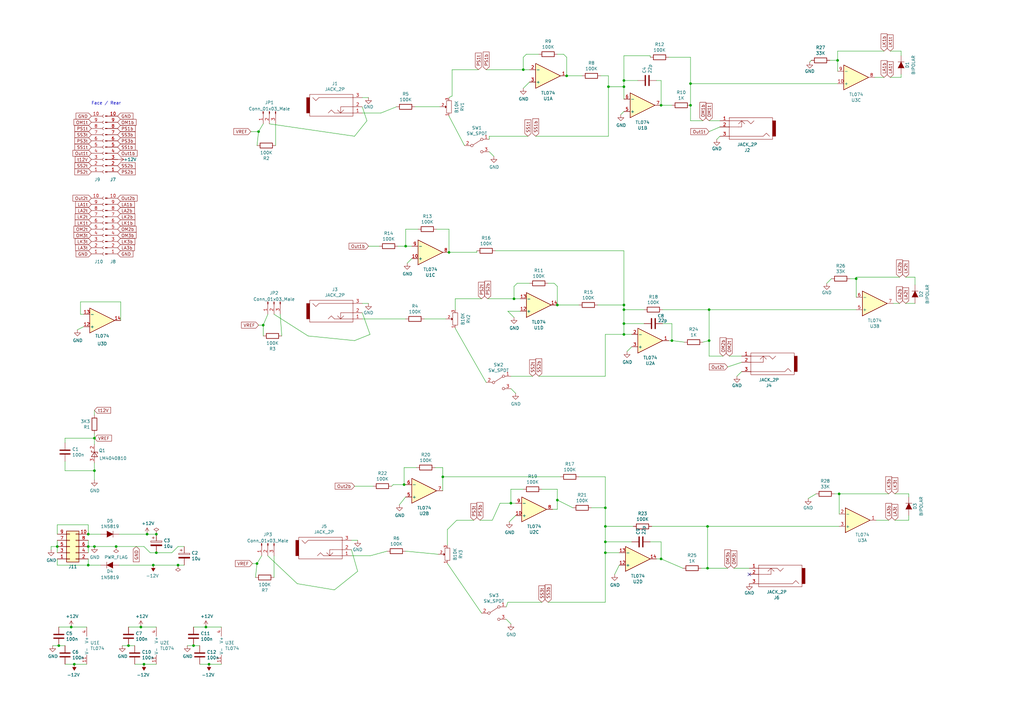
<source format=kicad_sch>
(kicad_sch (version 20211123) (generator eeschema)
  (paper "A3")
  (title_block (title "Shady") (date "2022-04-04") (rev "100") (company "Karl Stamm") (comment 1 "Mutable Shades") (comment 2 "THT") (comment 3 "based on Shades v4"))
  (junction (at 166.37 100.965))
  (junction (at 351.155 114.3))
  (junction (at 248.285 215.9))
  (junction (at 181.61 195.58))
  (junction (at 36.195 224.155))
  (junction (at 283.21 43.18))
  (junction (at 38.735 179.705))
  (junction (at 214.63 28.575))
  (junction (at 255.905 35.56))
  (junction (at 36.195 219.075))
  (junction (at 60.325 219.075))
  (junction (at 248.285 226.695))
  (junction (at 52.705 264.795))
  (junction (at 255.905 137.16))
  (junction (at 283.21 34.29))
  (junction (at 248.285 208.28))
  (junction (at 30.48 272.415))
  (junction (at 107.95 133.35))
  (junction (at 105.41 231.14))
  (junction (at 228.6 125.095))
  (junction (at 275.59 139.7))
  (junction (at 290.195 215.9))
  (junction (at 228.6 205.105))
  (junction (at 165.735 198.755))
  (junction (at 23.495 224.155))
  (junction (at 255.905 127))
  (junction (at 255.905 132.715))
  (junction (at 255.905 33.02))
  (junction (at 64.135 219.075))
  (junction (at 24.13 264.795))
  (junction (at 210.82 122.555))
  (junction (at 255.905 125.095))
  (junction (at 249.555 35.56))
  (junction (at 73.025 231.775))
  (junction (at 64.135 226.695))
  (junction (at 344.17 202.565))
  (junction (at 38.735 193.04))
  (junction (at 290.83 139.7))
  (junction (at 29.21 257.175))
  (junction (at 343.535 24.765))
  (junction (at 290.195 233.045))
  (junction (at 271.145 43.18))
  (junction (at 106.045 53.975))
  (junction (at 59.055 272.415))
  (junction (at 290.83 127))
  (junction (at 248.285 222.25))
  (junction (at 84.455 257.175))
  (junction (at 85.725 272.415))
  (junction (at 209.55 206.375))
  (junction (at 57.785 257.175))
  (junction (at 232.41 31.115))
  (junction (at 38.735 224.155))
  (junction (at 47.625 224.155))
  (junction (at 79.375 264.795))
  (junction (at 36.195 231.775))
  (junction (at 271.145 229.235))
  (junction (at 62.865 231.775))
  (junction (at 184.15 103.505))
  (no_connect (at 307.34 235.585))
  (wire (pts (xy 184.15 47.625) (xy 190.5 59.69)))
  (wire (pts (xy 224.79 116.205) (xy 227.33 116.205)))
  (wire (pts (xy 290.83 127) (xy 271.78 127)))
  (wire (pts (xy 199.39 156.845) (xy 186.69 134.62)))
  (wire (pts (xy 211.455 161.29) (xy 209.55 159.385)))
  (wire (pts (xy 332.105 25.4) (xy 332.74 24.765)))
  (wire (pts (xy 275.59 139.7) (xy 274.32 139.7)))
  (wire (pts (xy 228.6 117.475) (xy 228.6 125.095)))
  (wire (pts (xy 249.555 31.115) (xy 249.555 35.56)))
  (wire (pts (xy 271.78 132.715) (xy 275.59 132.715)))
  (wire (pts (xy 372.745 202.565) (xy 367.03 202.565)))
  (wire (pts (xy 367.03 213.36) (xy 372.745 213.36)))
  (wire (pts (xy 112.395 227.965) (xy 112.395 236.855)))
  (wire (pts (xy 227.33 116.205) (xy 228.6 117.475)))
  (wire (pts (xy 215.9 22.225) (xy 220.98 22.225)))
  (wire (pts (xy 255.905 137.16) (xy 248.285 137.16)))
  (wire (pts (xy 151.13 124.46) (xy 148.59 124.46)))
  (wire (pts (xy 179.705 227.33) (xy 166.37 226.06)))
  (wire (pts (xy 255.905 35.56) (xy 249.555 35.56)))
  (wire (pts (xy 145.415 55.88) (xy 110.49 50.8)))
  (wire (pts (xy 255.905 125.095) (xy 255.905 127)))
  (wire (pts (xy 209.55 206.375) (xy 211.455 206.375)))
  (wire (pts (xy 210.82 117.475) (xy 212.09 116.205)))
  (wire (pts (xy 271.145 43.18) (xy 271.145 33.02)))
  (wire (pts (xy 47.625 224.155) (xy 59.055 224.155)))
  (wire (pts (xy 201.93 213.36) (xy 196.85 213.36)))
  (wire (pts (xy 61.595 226.695) (xy 59.055 224.155)))
  (wire (pts (xy 166.37 100.965) (xy 168.91 100.965)))
  (wire (pts (xy 296.545 146.05) (xy 290.83 146.05)))
  (wire (pts (xy 288.29 140.335) (xy 290.83 139.7)))
  (wire (pts (xy 79.375 257.175) (xy 84.455 257.175)))
  (wire (pts (xy 26.67 264.795) (xy 24.13 264.795)))
  (wire (pts (xy 372.745 213.36) (xy 372.745 211.455)))
  (wire (pts (xy 168.91 106.045) (xy 167.005 107.95)))
  (wire (pts (xy 33.02 123.825) (xy 33.02 128.905)))
  (wire (pts (xy 144.145 225.425) (xy 146.685 234.315)))
  (wire (pts (xy 266.7 222.25) (xy 271.145 222.25)))
  (wire (pts (xy 214.63 28.575) (xy 217.17 28.575)))
  (wire (pts (xy 26.67 272.415) (xy 30.48 272.415)))
  (wire (pts (xy 186.69 122.555) (xy 186.69 127)))
  (wire (pts (xy 364.49 202.565) (xy 344.17 202.565)))
  (wire (pts (xy 200.66 62.23) (xy 202.565 64.135)))
  (wire (pts (xy 55.245 272.415) (xy 59.055 272.415)))
  (wire (pts (xy 283.21 43.18) (xy 283.21 34.29)))
  (wire (pts (xy 259.08 222.25) (xy 248.285 222.25)))
  (wire (pts (xy 255.905 35.56) (xy 255.905 33.02)))
  (wire (pts (xy 155.575 100.965) (xy 151.13 100.965)))
  (wire (pts (xy 343.535 24.765) (xy 343.535 29.21)))
  (wire (pts (xy 237.49 195.58) (xy 248.285 195.58)))
  (wire (pts (xy 85.725 272.415) (xy 90.805 272.415)))
  (wire (pts (xy 267.335 215.9) (xy 290.195 215.9)))
  (wire (pts (xy 224.79 247.015) (xy 248.285 247.015)))
  (wire (pts (xy 62.865 231.775) (xy 73.025 231.775)))
  (wire (pts (xy 294.005 57.15) (xy 295.275 55.88)))
  (wire (pts (xy 166.37 93.98) (xy 166.37 100.965)))
  (wire (pts (xy 102.87 53.975) (xy 106.045 53.975)))
  (wire (pts (xy 290.83 127) (xy 290.83 139.7)))
  (wire (pts (xy 107.315 227.965) (xy 105.41 231.14)))
  (wire (pts (xy 181.61 191.77) (xy 178.435 191.77)))
  (wire (pts (xy 261.62 33.02) (xy 255.905 33.02)))
  (wire (pts (xy 41.275 231.775) (xy 36.195 231.775)))
  (wire (pts (xy 271.145 222.25) (xy 271.145 229.235)))
  (wire (pts (xy 232.41 23.495) (xy 232.41 31.115)))
  (wire (pts (xy 185.42 39.37) (xy 184.15 40.005)))
  (wire (pts (xy 375.285 113.665) (xy 375.285 116.84)))
  (wire (pts (xy 103.505 231.14) (xy 105.41 231.14)))
  (wire (pts (xy 36.195 231.775) (xy 36.195 229.235)))
  (wire (pts (xy 179.07 93.98) (xy 184.15 93.98)))
  (wire (pts (xy 161.29 198.755) (xy 165.735 198.755)))
  (wire (pts (xy 163.83 207.01) (xy 166.37 203.835)))
  (wire (pts (xy 255.905 132.715) (xy 264.16 132.715)))
  (wire (pts (xy 218.44 154.305) (xy 209.55 154.305)))
  (wire (pts (xy 234.95 208.28) (xy 228.6 205.105)))
  (wire (pts (xy 220.98 154.305) (xy 248.285 154.305)))
  (wire (pts (xy 49.53 123.825) (xy 33.02 123.825)))
  (wire (pts (xy 148.59 46.355) (xy 156.21 46.355)))
  (wire (pts (xy 283.21 34.29) (xy 283.21 23.495)))
  (wire (pts (xy 48.895 231.775) (xy 62.865 231.775)))
  (wire (pts (xy 156.21 46.355) (xy 162.56 43.815)))
  (wire (pts (xy 229.87 195.58) (xy 181.61 195.58)))
  (wire (pts (xy 197.485 122.555) (xy 186.69 122.555)))
  (wire (pts (xy 255.905 45.72) (xy 254.635 46.99)))
  (wire (pts (xy 271.145 229.235) (xy 269.24 229.235)))
  (wire (pts (xy 214.63 23.495) (xy 215.9 22.225)))
  (wire (pts (xy 269.24 33.02) (xy 271.145 33.02)))
  (wire (pts (xy 38.735 179.705) (xy 26.67 179.705)))
  (wire (pts (xy 209.55 200.66) (xy 209.55 206.375)))
  (wire (pts (xy 344.17 202.565) (xy 342.265 202.565)))
  (wire (pts (xy 299.085 146.05) (xy 304.165 146.05)))
  (wire (pts (xy 295.275 52.07) (xy 290.83 53.975)))
  (wire (pts (xy 219.71 55.88) (xy 249.555 55.88)))
  (wire (pts (xy 184.15 93.98) (xy 184.15 103.505)))
  (wire (pts (xy 60.325 219.075) (xy 64.135 219.075)))
  (wire (pts (xy 266.7 22.86) (xy 266.7 23.495)))
  (wire (pts (xy 146.685 234.315) (xy 137.16 241.935)))
  (wire (pts (xy 163.195 100.965) (xy 166.37 100.965)))
  (wire (pts (xy 228.6 205.105) (xy 228.6 208.915)))
  (wire (pts (xy 173.99 130.81) (xy 182.88 130.81)))
  (wire (pts (xy 23.495 215.265) (xy 36.195 215.265)))
  (wire (pts (xy 228.6 200.66) (xy 228.6 205.105)))
  (wire (pts (xy 23.495 229.235) (xy 23.495 231.775)))
  (wire (pts (xy 160.655 199.39) (xy 161.29 198.755)))
  (wire (pts (xy 237.49 125.095) (xy 228.6 125.095)))
  (wire (pts (xy 121.92 239.395) (xy 110.49 228.6)))
  (wire (pts (xy 195.58 102.87) (xy 195.58 103.505)))
  (wire (pts (xy 195.58 103.505) (xy 184.15 103.505)))
  (wire (pts (xy 344.17 210.82) (xy 344.17 202.565)))
  (wire (pts (xy 351.155 127) (xy 290.83 127)))
  (wire (pts (xy 151.13 40.005) (xy 148.59 40.005)))
  (wire (pts (xy 38.735 193.04) (xy 26.67 193.04)))
  (wire (pts (xy 144.145 227.965) (xy 151.765 227.965)))
  (wire (pts (xy 148.59 130.81) (xy 166.37 130.81)))
  (wire (pts (xy 200.025 122.555) (xy 210.82 122.555)))
  (wire (pts (xy 20.955 224.155) (xy 20.955 225.425)))
  (wire (pts (xy 334.645 202.565) (xy 331.47 204.47)))
  (wire (pts (xy 375.285 113.665) (xy 371.475 113.665)))
  (wire (pts (xy 248.285 226.695) (xy 248.285 247.015)))
  (wire (pts (xy 343.535 34.29) (xy 283.21 34.29)))
  (wire (pts (xy 34.29 133.985) (xy 31.75 135.255)))
  (wire (pts (xy 259.08 137.16) (xy 255.905 137.16)))
  (wire (pts (xy 362.585 31.75) (xy 358.775 31.75)))
  (wire (pts (xy 48.895 219.075) (xy 60.325 219.075)))
  (wire (pts (xy 211.455 211.455) (xy 208.915 213.995)))
  (wire (pts (xy 57.785 257.175) (xy 64.135 257.175)))
  (wire (pts (xy 280.67 140.335) (xy 275.59 139.7)))
  (wire (pts (xy 369.57 31.75) (xy 365.125 31.75)))
  (wire (pts (xy 64.135 226.695) (xy 61.595 226.695)))
  (wire (pts (xy 344.17 215.9) (xy 290.195 215.9)))
  (wire (pts (xy 183.515 217.17) (xy 183.515 223.52)))
  (wire (pts (xy 298.45 233.045) (xy 290.195 233.045)))
  (wire (pts (xy 343.535 20.955) (xy 343.535 24.765)))
  (wire (pts (xy 217.17 33.655) (xy 214.63 36.195)))
  (wire (pts (xy 20.955 224.155) (xy 23.495 224.155)))
  (wire (pts (xy 36.195 224.155) (xy 36.195 221.615)))
  (wire (pts (xy 23.495 226.695) (xy 23.495 224.155)))
  (wire (pts (xy 36.195 215.265) (xy 36.195 219.075)))
  (wire (pts (xy 148.59 128.27) (xy 151.765 137.16)))
  (wire (pts (xy 38.735 182.245) (xy 38.735 179.705)))
  (wire (pts (xy 170.815 191.77) (xy 165.735 191.77)))
  (wire (pts (xy 196.215 28.575) (xy 185.42 28.575)))
  (wire (pts (xy 76.835 264.795) (xy 79.375 264.795)))
  (wire (pts (xy 212.09 116.205) (xy 217.17 116.205)))
  (wire (pts (xy 242.57 208.28) (xy 248.285 208.28)))
  (wire (pts (xy 228.6 22.225) (xy 231.14 22.225)))
  (wire (pts (xy 115.57 137.795) (xy 114.935 128.905)))
  (wire (pts (xy 290.83 49.53) (xy 295.275 49.53)))
  (wire (pts (xy 214.63 200.66) (xy 209.55 200.66)))
  (wire (pts (xy 84.455 257.175) (xy 90.805 257.175)))
  (wire (pts (xy 109.855 128.905) (xy 107.95 133.35)))
  (wire (pts (xy 126.365 137.795) (xy 112.395 128.905)))
  (wire (pts (xy 254 226.695) (xy 248.285 226.695)))
  (wire (pts (xy 248.285 195.58) (xy 248.285 208.28)))
  (wire (pts (xy 245.11 125.095) (xy 255.905 125.095)))
  (wire (pts (xy 254 231.775) (xy 252.095 235.585)))
  (wire (pts (xy 181.61 195.58) (xy 181.61 191.77)))
  (wire (pts (xy 290.195 233.045) (xy 287.655 233.045)))
  (wire (pts (xy 255.905 125.095) (xy 255.905 102.87)))
  (wire (pts (xy 231.14 22.225) (xy 232.41 23.495)))
  (wire (pts (xy 23.495 221.615) (xy 23.495 224.155)))
  (wire (pts (xy 205.105 206.375) (xy 209.55 206.375)))
  (wire (pts (xy 214.63 28.575) (xy 214.63 23.495)))
  (wire (pts (xy 150.495 49.53) (xy 145.415 55.88)))
  (wire (pts (xy 255.905 137.16) (xy 255.905 132.715)))
  (wire (pts (xy 280.035 233.045) (xy 271.145 229.235)))
  (wire (pts (xy 81.915 264.795) (xy 79.375 264.795)))
  (wire (pts (xy 146.685 221.615) (xy 144.145 221.615)))
  (wire (pts (xy 49.53 131.445) (xy 49.53 123.825)))
  (wire (pts (xy 106.045 53.975) (xy 107.95 50.8)))
  (wire (pts (xy 23.495 215.265) (xy 23.495 219.075)))
  (wire (pts (xy 351.155 114.3) (xy 348.615 114.3)))
  (wire (pts (xy 183.515 231.14) (xy 197.485 251.46)))
  (wire (pts (xy 222.25 200.66) (xy 228.6 200.66)))
  (wire (pts (xy 304.165 152.4) (xy 302.26 154.305)))
  (wire (pts (xy 362.585 20.955) (xy 343.535 20.955)))
  (wire (pts (xy 300.99 233.045) (xy 307.34 233.045)))
  (wire (pts (xy 29.21 257.175) (xy 35.56 257.175)))
  (wire (pts (xy 73.025 224.155) (xy 75.565 224.155)))
  (wire (pts (xy 23.495 231.775) (xy 36.195 231.775)))
  (wire (pts (xy 151.765 137.16) (xy 145.415 139.7)))
  (wire (pts (xy 36.195 226.695) (xy 36.195 224.155)))
  (wire (pts (xy 38.735 170.18) (xy 38.735 168.275)))
  (wire (pts (xy 75.565 231.775) (xy 73.025 231.775)))
  (wire (pts (xy 255.905 22.86) (xy 266.7 22.86)))
  (wire (pts (xy 339.09 116.205) (xy 340.995 114.3)))
  (wire (pts (xy 283.21 23.495) (xy 274.32 23.495)))
  (wire (pts (xy 38.735 179.705) (xy 38.735 177.8)))
  (wire (pts (xy 200.66 55.88) (xy 200.66 57.15)))
  (wire (pts (xy 232.41 31.115) (xy 238.76 31.115)))
  (wire (pts (xy 208.28 127.635) (xy 213.36 127.635)))
  (wire (pts (xy 106.045 133.35) (xy 107.95 133.35)))
  (wire (pts (xy 351.155 114.3) (xy 351.155 121.92)))
  (wire (pts (xy 216.535 55.88) (xy 200.66 55.88)))
  (wire (pts (xy 33.02 128.905) (xy 34.29 128.905)))
  (wire (pts (xy 148.59 43.815) (xy 150.495 49.53)))
  (wire (pts (xy 290.83 146.05) (xy 290.83 139.7)))
  (wire (pts (xy 249.555 35.56) (xy 249.555 55.88)))
  (wire (pts (xy 38.735 189.865) (xy 38.735 193.04)))
  (wire (pts (xy 38.735 224.155) (xy 36.195 224.155)))
  (wire (pts (xy 21.59 264.795) (xy 24.13 264.795)))
  (wire (pts (xy 375.285 124.46) (xy 371.475 124.46)))
  (wire (pts (xy 259.715 215.9) (xy 248.285 215.9)))
  (wire (pts (xy 228.6 208.915) (xy 226.695 208.915)))
  (wire (pts (xy 105.41 59.69) (xy 106.045 53.975)))
  (wire (pts (xy 283.21 49.53) (xy 283.21 43.18)))
  (wire (pts (xy 255.905 127) (xy 255.905 132.715)))
  (wire (pts (xy 38.735 193.04) (xy 38.735 196.85)))
  (wire (pts (xy 165.735 198.755) (xy 166.37 198.755)))
  (wire (pts (xy 107.95 133.35) (xy 107.95 137.795)))
  (wire (pts (xy 248.285 215.9) (xy 248.285 222.25)))
  (wire (pts (xy 369.57 20.955) (xy 369.57 22.86)))
  (wire (pts (xy 372.745 202.565) (xy 372.745 203.835)))
  (wire (pts (xy 113.03 59.69) (xy 113.03 50.8)))
  (wire (pts (xy 246.38 31.115) (xy 249.555 31.115)))
  (wire (pts (xy 194.31 213.36) (xy 187.325 213.36)))
  (wire (pts (xy 30.48 272.415) (xy 35.56 272.415)))
  (wire (pts (xy 205.105 206.375) (xy 201.93 213.36)))
  (wire (pts (xy 255.905 127) (xy 264.16 127)))
  (wire (pts (xy 145.415 139.7) (xy 126.365 137.795)))
  (wire (pts (xy 275.59 132.715) (xy 275.59 139.7)))
  (wire (pts (xy 222.25 247.015) (xy 208.28 247.015)))
  (wire (pts (xy 187.325 213.36) (xy 183.515 217.17)))
  (wire (pts (xy 181.61 201.295) (xy 181.61 195.58)))
  (wire (pts (xy 24.13 257.175) (xy 29.21 257.175)))
  (wire (pts (xy 26.67 193.04) (xy 26.67 189.23)))
  (wire (pts (xy 185.42 28.575) (xy 185.42 39.37)))
  (wire (pts (xy 110.49 228.6) (xy 109.855 227.965)))
  (wire (pts (xy 137.16 241.935) (xy 121.92 239.395)))
  (wire (pts (xy 209.55 255.905) (xy 207.645 254)))
  (wire (pts (xy 170.18 43.815) (xy 180.34 43.815)))
  (wire (pts (xy 151.765 227.965) (xy 158.75 226.06)))
  (wire (pts (xy 70.485 226.695) (xy 73.025 224.155)))
  (wire (pts (xy 290.195 215.9) (xy 290.195 233.045)))
  (wire (pts (xy 208.28 127.635) (xy 210.82 130.175)))
  (wire (pts (xy 59.055 272.415) (xy 64.135 272.415)))
  (wire (pts (xy 210.82 122.555) (xy 213.36 122.555)))
  (wire (pts (xy 165.735 191.77) (xy 165.735 198.755)))
  (wire (pts (xy 41.275 219.075) (xy 36.195 219.075)))
  (wire (pts (xy 288.29 49.53) (xy 283.21 49.53)))
  (wire (pts (xy 52.705 257.175) (xy 57.785 257.175)))
  (wire (pts (xy 26.67 179.705) (xy 26.67 181.61)))
  (wire (pts (xy 248.285 222.25) (xy 248.285 226.695)))
  (wire (pts (xy 304.165 148.59) (xy 298.45 150.495)))
  (wire (pts (xy 369.57 30.48) (xy 369.57 31.75)))
  (wire (pts (xy 259.08 142.24) (xy 257.175 144.145)))
  (wire (pts (xy 255.905 40.64) (xy 255.905 35.56)))
  (wire (pts (xy 55.245 264.795) (xy 52.705 264.795)))
  (wire (pts (xy 145.415 199.39) (xy 153.035 199.39)))
  (wire (pts (xy 47.625 224.155) (xy 38.735 224.155)))
  (wire (pts (xy 64.135 226.695) (xy 70.485 226.695)))
  (wire (pts (xy 105.41 231.14) (xy 104.775 236.855)))
  (wire (pts (xy 365.125 20.955) (xy 369.57 20.955)))
  (wire (pts (xy 248.285 215.9) (xy 248.285 208.28)))
  (wire (pts (xy 255.905 33.02) (xy 255.905 22.86)))
  (wire (pts (xy 171.45 93.98) (xy 166.37 93.98)))
  (wire (pts (xy 255.905 102.87) (xy 203.2 102.87)))
  (wire (pts (xy 351.155 113.665) (xy 351.155 114.3)))
  (wire (pts (xy 368.935 113.665) (xy 351.155 113.665)))
  (wire (pts (xy 210.82 122.555) (xy 210.82 117.475)))
  (wire (pts (xy 248.285 137.16) (xy 248.285 154.305)))
  (wire (pts (xy 343.535 24.765) (xy 340.36 24.765)))
  (wire (pts (xy 359.41 213.36) (xy 364.49 213.36)))
  (wire (pts (xy 368.935 124.46) (xy 366.395 124.46)))
  (wire (pts (xy 81.915 272.415) (xy 85.725 272.415)))
  (wire (pts (xy 50.165 264.795) (xy 52.705 264.795)))
  (wire (pts (xy 208.28 247.015) (xy 207.645 248.92)))
  (wire (pts (xy 271.145 43.18) (xy 275.59 43.18)))
  (wire (pts (xy 199.39 28.575) (xy 214.63 28.575)))
  (text "Face / Rear" (at 37.465 43.18 0) (effects (font (size 1.27 1.27)) (justify left bottom)))
  (global_label "SS1t" (shape input) (at 216.535 55.88 90) (property "Intersheet References" "${INTERSHEET_REFS}" (effects hide)))
  (global_label "Out2b" (shape input) (at 48.26 81.28 0) (property "Intersheet References" "${INTERSHEET_REFS}" (effects hide)))
  (global_label "VREF" (shape input) (at 38.735 179.705 0) (property "Intersheet References" "${INTERSHEET_REFS}" (effects hide)))
  (global_label "Out1t" (shape input) (at 37.465 62.865 180) (property "Intersheet References" "${INTERSHEET_REFS}" (effects hide)))
  (global_label "OM2t" (shape input) (at 299.085 146.05 90) (property "Intersheet References" "${INTERSHEET_REFS}" (effects hide)))
  (global_label "PS3b" (shape input) (at 48.26 57.785 0) (property "Intersheet References" "${INTERSHEET_REFS}" (effects hide)))
  (global_label "SS1b" (shape input) (at 48.26 60.325 0) (property "Intersheet References" "${INTERSHEET_REFS}" (effects hide)))
  (global_label "LK1b" (shape input) (at 362.585 20.955 90) (property "Intersheet References" "${INTERSHEET_REFS}" (effects hide)))
  (global_label "LA3b" (shape input) (at 364.49 213.36 90) (property "Intersheet References" "${INTERSHEET_REFS}" (effects hide)))
  (global_label "Out2b" (shape input) (at 145.415 199.39 180) (property "Intersheet References" "${INTERSHEET_REFS}" (effects hide)))
  (global_label "OM3b" (shape input) (at 298.45 233.045 90) (property "Intersheet References" "${INTERSHEET_REFS}" (effects hide)))
  (global_label "Out1t" (shape input) (at 290.83 53.975 180) (property "Intersheet References" "${INTERSHEET_REFS}" (effects hide)))
  (global_label "OM3t" (shape input) (at 300.99 233.045 90) (property "Intersheet References" "${INTERSHEET_REFS}" (effects hide)))
  (global_label "PS1t" (shape input) (at 196.215 28.575 90) (property "Intersheet References" "${INTERSHEET_REFS}" (effects hide)))
  (global_label "LA2t" (shape input) (at 371.475 124.46 90) (property "Intersheet References" "${INTERSHEET_REFS}" (effects hide)))
  (global_label "OM1b" (shape input) (at 288.29 49.53 90) (property "Intersheet References" "${INTERSHEET_REFS}" (effects hide)))
  (global_label "SS1b" (shape input) (at 219.71 55.88 90) (property "Intersheet References" "${INTERSHEET_REFS}" (effects hide)))
  (global_label "LK2t" (shape input) (at 371.475 113.665 90) (property "Intersheet References" "${INTERSHEET_REFS}" (effects hide)))
  (global_label "SS3t" (shape input) (at 222.25 247.015 90) (property "Intersheet References" "${INTERSHEET_REFS}" (effects hide)))
  (global_label "SS3b" (shape input) (at 224.79 247.015 90) (property "Intersheet References" "${INTERSHEET_REFS}" (effects hide)))
  (global_label "LA3t" (shape input) (at 367.03 213.36 90) (property "Intersheet References" "${INTERSHEET_REFS}" (effects hide)))
  (global_label "LK1t" (shape input) (at 37.465 91.44 180) (property "Intersheet References" "${INTERSHEET_REFS}" (effects hide)))
  (global_label "t12V" (shape input) (at 37.465 65.405 180) (property "Intersheet References" "${INTERSHEET_REFS}" (effects hide)))
  (global_label "LK1t" (shape input) (at 365.125 20.955 90) (property "Intersheet References" "${INTERSHEET_REFS}" (effects hide)))
  (global_label "OM1t" (shape input) (at 290.83 49.53 90) (property "Intersheet References" "${INTERSHEET_REFS}" (effects hide)))
  (global_label "Out1b" (shape input) (at 48.26 62.865 0) (property "Intersheet References" "${INTERSHEET_REFS}" (effects hide)))
  (global_label "LA2b" (shape input) (at 48.26 86.36 0) (property "Intersheet References" "${INTERSHEET_REFS}" (effects hide)))
  (global_label "LA1b" (shape input) (at 48.26 83.82 0) (property "Intersheet References" "${INTERSHEET_REFS}" (effects hide)))
  (global_label "LK3t" (shape input) (at 37.465 99.06 180) (property "Intersheet References" "${INTERSHEET_REFS}" (effects hide)))
  (global_label "Out2t" (shape input) (at 298.45 150.495 180) (property "Intersheet References" "${INTERSHEET_REFS}" (effects hide)))
  (global_label "OM2t" (shape input) (at 37.465 93.98 180) (property "Intersheet References" "${INTERSHEET_REFS}" (effects hide)))
  (global_label "OM1t" (shape input) (at 37.465 50.165 180) (property "Intersheet References" "${INTERSHEET_REFS}" (effects hide)))
  (global_label "Out2t" (shape input) (at 37.465 81.28 180) (property "Intersheet References" "${INTERSHEET_REFS}" (effects hide)))
  (global_label "PS2b" (shape input) (at 48.26 70.485 0) (property "Intersheet References" "${INTERSHEET_REFS}" (effects hide)))
  (global_label "Out1b" (shape input) (at 151.13 100.965 180) (property "Intersheet References" "${INTERSHEET_REFS}" (effects hide)))
  (global_label "SS2b" (shape input) (at 48.26 67.945 0) (property "Intersheet References" "${INTERSHEET_REFS}" (effects hide)))
  (global_label "OM2b" (shape input) (at 48.26 93.98 0) (property "Intersheet References" "${INTERSHEET_REFS}" (effects hide)))
  (global_label "LK2t" (shape input) (at 37.465 88.9 180) (property "Intersheet References" "${INTERSHEET_REFS}" (effects hide)))
  (global_label "LA1t" (shape input) (at 365.125 31.75 90) (property "Intersheet References" "${INTERSHEET_REFS}" (effects hide)))
  (global_label "VREF" (shape input) (at 103.505 231.14 180) (property "Intersheet References" "${INTERSHEET_REFS}" (effects hide)))
  (global_label "GND" (shape input) (at 55.88 224.155 270) (property "Intersheet References" "${INTERSHEET_REFS}" (effects hide)))
  (global_label "VREF" (shape input) (at 102.87 53.975 180) (property "Intersheet References" "${INTERSHEET_REFS}" (effects hide)))
  (global_label "LA2t" (shape input) (at 37.465 86.36 180) (property "Intersheet References" "${INTERSHEET_REFS}" (effects hide)))
  (global_label "PS2t" (shape input) (at 37.465 70.485 180) (property "Intersheet References" "${INTERSHEET_REFS}" (effects hide)))
  (global_label "PS2t" (shape input) (at 197.485 122.555 90) (property "Intersheet References" "${INTERSHEET_REFS}" (effects hide)))
  (global_label "LA3b" (shape input) (at 48.26 101.6 0) (property "Intersheet References" "${INTERSHEET_REFS}" (effects hide)))
  (global_label "PS1t" (shape input) (at 37.465 52.705 180) (property "Intersheet References" "${INTERSHEET_REFS}" (effects hide)))
  (global_label "LK3b" (shape input) (at 48.26 99.06 0) (property "Intersheet References" "${INTERSHEET_REFS}" (effects hide)))
  (global_label "PS3b" (shape input) (at 196.85 213.36 90) (property "Intersheet References" "${INTERSHEET_REFS}" (effects hide)))
  (global_label "SS1t" (shape input) (at 37.465 60.325 180) (property "Intersheet References" "${INTERSHEET_REFS}" (effects hide)))
  (global_label "GND" (shape input) (at 37.465 47.625 180) (property "Intersheet References" "${INTERSHEET_REFS}" (effects hide)))
  (global_label "t12V" (shape input) (at 38.735 168.275 0) (property "Intersheet References" "${INTERSHEET_REFS}" (effects hide)))
  (global_label "GND" (shape input) (at 37.465 104.14 180) (property "Intersheet References" "${INTERSHEET_REFS}" (effects hide)))
  (global_label "GND" (shape input) (at 48.26 104.14 0) (property "Intersheet References" "${INTERSHEET_REFS}" (effects hide)))
  (global_label "PS2b" (shape input) (at 200.025 122.555 90) (property "Intersheet References" "${INTERSHEET_REFS}" (effects hide)))
  (global_label "VREF" (shape input) (at 106.045 133.35 180) (property "Intersheet References" "${INTERSHEET_REFS}" (effects hide)))
  (global_label "LK3b" (shape input) (at 364.49 202.565 90) (property "Intersheet References" "${INTERSHEET_REFS}" (effects hide)))
  (global_label "SS2t" (shape input) (at 37.465 67.945 180) (property "Intersheet References" "${INTERSHEET_REFS}" (effects hide)))
  (global_label "PS3t" (shape input) (at 37.465 57.785 180) (property "Intersheet References" "${INTERSHEET_REFS}" (effects hide)))
  (global_label "LA1t" (shape input) (at 37.465 83.82 180) (property "Intersheet References" "${INTERSHEET_REFS}" (effects hide)))
  (global_label "OM1b" (shape input) (at 48.26 50.165 0) (property "Intersheet References" "${INTERSHEET_REFS}" (effects hide)))
  (global_label "GND" (shape input) (at 48.26 47.625 0) (property "Intersheet References" "${INTERSHEET_REFS}" (effects hide)))
  (global_label "LK2b" (shape input) (at 368.935 113.665 90) (property "Intersheet References" "${INTERSHEET_REFS}" (effects hide)))
  (global_label "SS3b" (shape input) (at 48.26 55.245 0) (property "Intersheet References" "${INTERSHEET_REFS}" (effects hide)))
  (global_label "LA2b" (shape input) (at 368.935 124.46 90) (property "Intersheet References" "${INTERSHEET_REFS}" (effects hide)))
  (global_label "LK2b" (shape input) (at 48.26 88.9 0) (property "Intersheet References" "${INTERSHEET_REFS}" (effects hide)))
  (global_label "OM3t" (shape input) (at 37.465 96.52 180) (property "Intersheet References" "${INTERSHEET_REFS}" (effects hide)))
  (global_label "SS3t" (shape input) (at 37.465 55.245 180) (property "Intersheet References" "${INTERSHEET_REFS}" (effects hide)))
  (global_label "SS2t" (shape input) (at 218.44 154.305 90) (property "Intersheet References" "${INTERSHEET_REFS}" (effects hide)))
  (global_label "LA3t" (shape input) (at 37.465 101.6 180) (property "Intersheet References" "${INTERSHEET_REFS}" (effects hide)))
  (global_label "LK3t" (shape input) (at 367.03 202.565 90) (property "Intersheet References" "${INTERSHEET_REFS}" (effects hide)))
  (global_label "LA1b" (shape input) (at 362.585 31.75 90) (property "Intersheet References" "${INTERSHEET_REFS}" (effects hide)))
  (global_label "PS1b" (shape input) (at 48.26 52.705 0) (property "Intersheet References" "${INTERSHEET_REFS}" (effects hide)))
  (global_label "LK1b" (shape input) (at 48.26 91.44 0) (property "Intersheet References" "${INTERSHEET_REFS}" (effects hide)))
  (global_label "OM3b" (shape input) (at 48.26 96.52 0) (property "Intersheet References" "${INTERSHEET_REFS}" (effects hide)))
  (global_label "PS1b" (shape input) (at 199.39 28.575 90) (property "Intersheet References" "${INTERSHEET_REFS}" (effects hide)))
  (global_label "SS2b" (shape input) (at 220.98 154.305 90) (property "Intersheet References" "${INTERSHEET_REFS}" (effects hide)))
  (global_label "PS3t" (shape input) (at 194.31 213.36 90) (property "Intersheet References" "${INTERSHEET_REFS}" (effects hide)))
  (global_label "OM2b" (shape input) (at 296.545 146.05 90) (property "Intersheet References" "${INTERSHEET_REFS}" (effects hide)))
  (symbol (lib_id "device:JACK_2P") (at 137.16 43.815 0) (unit 1)
    (property "Reference" "J1" (at 137.3632 34.29 0))
    (property "Value" "JACK_2P" (at 137.3632 36.6014 0))
    (property "Footprint" "europi:Thonkiconn" (effects hide))
  )
  (symbol (lib_id "Amplifier_Operational:TL074") (at 38.1 264.795 0) (unit 5)
    (property "Reference" "U1" (at 37.0332 263.6266 0) (effects (justify left)))
    (property "Value" "TL074" (at 37.0332 265.938 0) (effects (justify left)))
    (property "Footprint" "Package_DIP:DIP-14_W7.62mm_Socket" (effects hide))
    (property "Datasheet" "http://www.ti.com/lit/ds/symlink/tl071.pdf" (effects hide))
  )
  (symbol (lib_id "device:POT") (at 184.15 43.815 90) (unit 1)
    (property "Reference" "RV1" (at 189.5856 43.815 0))
    (property "Value" "B10K" (at 187.2742 43.815 0))
    (property "Footprint" "Potentiometer_THT:Potentiometer_Alpha_RD901F-40-00D_Single_Vertical" (effects hide))
  )
  (symbol (lib_id "Connector_Generic:Conn_02x05_Odd_Even") (at 28.575 224.155 0) (mirror x) (unit 1)
    (property "Reference" "J11" (at 29.845 232.41 0))
    (property "Value" "Conn_02x05_Odd_Even" (effects hide))
    (property "Footprint" "Connector_PinHeader_2.54mm:PinHeader_2x05_P2.54mm_Vertical" (effects hide))
  )
  (symbol (lib_id "Device:CP") (at 75.565 227.965 0) (unit 1)
    (property "Reference" "C2" (at 78.5622 226.7966 0) (effects (justify left)))
    (property "Value" "10u" (at 78.5622 229.108 0) (effects (justify left)))
    (property "Footprint" "Capacitor_THT:CP_Radial_D5.0mm_P2.50mm" (effects hide))
  )
  (symbol (lib_id "Device:CP") (at 64.135 222.885 0) (unit 1)
    (property "Reference" "C3" (at 67.1322 221.7166 0) (effects (justify left)))
    (property "Value" "10u" (at 67.1322 224.028 0) (effects (justify left)))
    (property "Footprint" "Capacitor_THT:CP_Radial_D5.0mm_P2.50mm" (effects hide))
  )
  (symbol (lib_id "device:D") (at 45.085 219.075 180) (unit 1)
    (property "Reference" "D5" (at 45.085 213.614 0))
    (property "Value" "1N5819" (at 45.085 215.9254 0))
    (property "Footprint" "Diode_THT:D_DO-41_SOD81_P10.16mm_Horizontal" (effects hide))
  )
  (symbol (lib_id "device:D") (at 45.085 231.775 0) (unit 1)
    (property "Reference" "D4" (at 45.085 234.315 0))
    (property "Value" "1N5819" (at 45.085 236.855 0))
    (property "Footprint" "Diode_THT:D_DO-41_SOD81_P10.16mm_Horizontal" (effects hide))
  )
  (symbol (lib_id "device:C") (at 24.13 260.985 0) (unit 1)
    (property "Reference" "C5" (at 27.051 259.8166 0) (effects (justify left)))
    (property "Value" "100n" (at 27.051 262.128 0) (effects (justify left)))
    (property "Footprint" "Capacitor_THT:C_Disc_D5.0mm_W2.5mm_P2.50mm" (effects hide))
  )
  (symbol (lib_id "device:C") (at 26.67 268.605 0) (unit 1)
    (property "Reference" "C6" (at 29.591 267.4366 0) (effects (justify left)))
    (property "Value" "100n" (at 29.591 269.748 0) (effects (justify left)))
    (property "Footprint" "Capacitor_THT:C_Disc_D5.0mm_W2.5mm_P2.50mm" (effects hide))
  )
  (symbol (lib_id "power:GND") (at 38.735 224.155 0) (unit 1)
    (property "Reference" "#PWR0101" (effects hide))
    (property "Value" "GND" (at 38.862 228.5492 0))
  )
  (symbol (lib_id "power:GND") (at 20.955 225.425 0) (unit 1)
    (property "Reference" "#PWR0102" (effects hide))
    (property "Value" "GND" (at 21.082 229.8192 0))
  )
  (symbol (lib_id "power:+12V") (at 60.325 219.075 0) (unit 1)
    (property "Reference" "#PWR0103" (effects hide))
    (property "Value" "+12V" (at 60.706 214.6808 0))
  )
  (symbol (lib_id "power:-12V") (at 62.865 231.775 180) (unit 1)
    (property "Reference" "#PWR0104" (effects hide))
    (property "Value" "-12V" (at 62.484 236.1692 0))
  )
  (symbol (lib_id "power:GND") (at 21.59 264.795 0) (unit 1)
    (property "Reference" "#PWR0105" (effects hide))
    (property "Value" "GND" (at 21.717 269.1892 0))
  )
  (symbol (lib_id "power:-12V") (at 30.48 272.415 180) (unit 1)
    (property "Reference" "#PWR0106" (effects hide))
    (property "Value" "-12V" (at 30.099 276.8092 0))
  )
  (symbol (lib_id "power:+12V") (at 29.21 257.175 0) (unit 1)
    (property "Reference" "#PWR0107" (effects hide))
    (property "Value" "+12V" (at 29.591 252.7808 0))
  )
  (symbol (lib_id "power:GND") (at 151.13 40.005 0) (unit 1)
    (property "Reference" "#PWR0142" (effects hide))
    (property "Value" "GND" (at 151.13 43.815 0))
  )
  (symbol (lib_id "power:PWR_FLAG") (at 64.135 219.075 0) (unit 1)
    (property "Reference" "#FLG0101" (effects hide))
    (property "Value" "PWR_FLAG" (effects hide))
  )
  (symbol (lib_id "power:PWR_FLAG") (at 73.025 231.775 180) (unit 1)
    (property "Reference" "#FLG0102" (effects hide))
    (property "Value" "PWR_FLAG" (effects hide))
  )
  (symbol (lib_id "power:PWR_FLAG") (at 47.625 224.155 180) (unit 1)
    (property "Reference" "#FLG0103" (effects hide))
    (property "Value" "PWR_FLAG" (at 47.625 228.5492 0))
  )
  (symbol (lib_id "device:JACK_2P") (at 137.16 128.27 0) (unit 1)
    (property "Reference" "J3" (at 137.3632 118.745 0))
    (property "Value" "JACK_2P" (at 137.3632 121.0564 0))
    (property "Footprint" "europi:Thonkiconn" (effects hide))
  )
  (symbol (lib_id "power:GND") (at 151.13 124.46 0) (unit 1)
    (property "Reference" "#PWR07" (effects hide))
    (property "Value" "GND" (at 151.13 128.27 0))
  )
  (symbol (lib_id "Amplifier_Operational:TL074") (at 224.79 31.115 0) (mirror x) (unit 1)
    (property "Reference" "U1" (at 224.79 40.4368 0))
    (property "Value" "TL074" (at 224.79 38.1254 0))
    (property "Footprint" "Package_DIP:DIP-14_W7.62mm_Socket" (effects hide))
    (property "Datasheet" "http://www.ti.com/lit/ds/symlink/tl071.pdf" (effects hide))
  )
  (symbol (lib_id "device:R") (at 224.79 22.225 270) (unit 1)
    (property "Reference" "R9" (at 224.79 16.9672 90))
    (property "Value" "100K" (at 224.79 19.2786 90))
    (property "Footprint" "Resistor_THT:R_Axial_DIN0207_L6.3mm_D2.5mm_P2.54mm_Vertical" (effects hide))
  )
  (symbol (lib_id "Switch:SW_SPDT") (at 204.47 156.845 0) (unit 1)
    (property "Reference" "SW2" (at 204.47 149.606 0))
    (property "Value" "SW_SPDT" (at 204.47 151.9174 0))
    (property "Footprint" "Cust:SPDT_Tayda-A5111" (effects hide))
  )
  (symbol (lib_id "device:JACK_2P") (at 132.715 225.425 0) (unit 1)
    (property "Reference" "J5" (at 132.9182 215.9 0))
    (property "Value" "JACK_2P" (at 132.9182 218.2114 0))
    (property "Footprint" "europi:Thonkiconn" (effects hide))
  )
  (symbol (lib_id "power:GND") (at 146.685 221.615 0) (unit 1)
    (property "Reference" "#PWR015" (effects hide))
    (property "Value" "GND" (at 146.685 225.425 0))
  )
  (symbol (lib_id "device:JACK_2P") (at 315.595 148.59 180) (unit 1)
    (property "Reference" "J4" (at 315.3918 158.115 0))
    (property "Value" "JACK_2P" (at 315.3918 155.8036 0))
    (property "Footprint" "europi:Thonkiconn" (effects hide))
  )
  (symbol (lib_id "power:GND") (at 302.26 154.305 0) (unit 1)
    (property "Reference" "#PWR034" (effects hide))
    (property "Value" "GND" (at 302.26 158.115 0))
  )
  (symbol (lib_id "Amplifier_Operational:TL074") (at 220.98 125.095 0) (mirror x) (unit 4)
    (property "Reference" "U1" (at 220.98 134.4168 0))
    (property "Value" "TL074" (at 220.98 132.1054 0))
    (property "Footprint" "Package_DIP:DIP-14_W7.62mm_Socket" (effects hide))
    (property "Datasheet" "http://www.ti.com/lit/ds/symlink/tl071.pdf" (effects hide))
  )
  (symbol (lib_id "device:R") (at 220.98 116.205 270) (unit 1)
    (property "Reference" "R11" (at 220.98 110.9472 90))
    (property "Value" "100K" (at 220.98 113.2586 90))
    (property "Footprint" "Resistor_THT:R_Axial_DIN0207_L6.3mm_D2.5mm_P2.54mm_Vertical" (effects hide))
  )
  (symbol (lib_id "device:JACK_2P") (at 318.77 235.585 180) (unit 1)
    (property "Reference" "J6" (at 318.5668 245.11 0))
    (property "Value" "JACK_2P" (at 318.5668 242.7986 0))
    (property "Footprint" "europi:Thonkiconn" (effects hide))
  )
  (symbol (lib_id "power:GND") (at 307.34 239.395 0) (unit 1)
    (property "Reference" "#PWR037" (effects hide))
    (property "Value" "GND" (at 307.34 243.205 0))
  )
  (symbol (lib_id "device:R") (at 166.37 43.815 270) (unit 1)
    (property "Reference" "R5" (at 166.37 38.5572 90))
    (property "Value" "100K" (at 166.37 40.8686 90))
    (property "Footprint" "Resistor_THT:R_Axial_DIN0207_L6.3mm_D2.5mm_P2.54mm_Vertical" (effects hide))
  )
  (symbol (lib_id "Switch:SW_SPDT") (at 195.58 59.69 0) (unit 1)
    (property "Reference" "SW1" (at 195.58 52.451 0))
    (property "Value" "SW_SPDT" (at 195.58 54.7624 0))
    (property "Footprint" "Cust:SPDT_Tayda-A5111" (effects hide))
  )
  (symbol (lib_id "device:R") (at 238.76 208.28 270) (unit 1)
    (property "Reference" "R21" (at 238.76 203.0222 90))
    (property "Value" "100K" (at 238.76 205.3336 90))
    (property "Footprint" "Resistor_THT:R_Axial_DIN0207_L6.3mm_D2.5mm_P2.54mm_Vertical" (effects hide))
  )
  (symbol (lib_id "device:R") (at 159.385 100.965 270) (unit 1)
    (property "Reference" "R14" (at 159.385 95.7072 90))
    (property "Value" "100K" (at 159.385 98.0186 90))
    (property "Footprint" "Resistor_THT:R_Axial_DIN0207_L6.3mm_D2.5mm_P2.54mm_Vertical" (effects hide))
  )
  (symbol (lib_id "device:R") (at 242.57 31.115 270) (unit 1)
    (property "Reference" "R8" (at 242.57 25.8572 90))
    (property "Value" "100K" (at 242.57 28.1686 90))
    (property "Footprint" "Resistor_THT:R_Axial_DIN0207_L6.3mm_D2.5mm_P2.54mm_Vertical" (effects hide))
  )
  (symbol (lib_id "device:C") (at 55.245 268.605 0) (unit 1)
    (property "Reference" "C10" (at 58.166 267.4366 0) (effects (justify left)))
    (property "Value" "100n" (at 58.166 269.748 0) (effects (justify left)))
    (property "Footprint" "Capacitor_THT:C_Disc_D5.0mm_W2.5mm_P2.50mm" (effects hide))
  )
  (symbol (lib_id "power:GND") (at 214.63 36.195 0) (unit 1)
    (property "Reference" "#PWR02" (effects hide))
    (property "Value" "GND" (at 214.757 40.5892 0))
  )
  (symbol (lib_id "power:+12V") (at 84.455 257.175 0) (unit 1)
    (property "Reference" "#PWR021" (effects hide))
    (property "Value" "+12V" (at 84.836 252.7808 0))
  )
  (symbol (lib_id "Amplifier_Operational:TL074") (at 266.7 139.7 0) (mirror x) (unit 1)
    (property "Reference" "U2" (at 266.7 149.0218 0))
    (property "Value" "TL074" (at 266.7 146.7104 0))
    (property "Footprint" "Package_DIP:DIP-14_W7.62mm_Socket" (effects hide))
    (property "Datasheet" "http://www.ti.com/lit/ds/symlink/tl071.pdf" (effects hide))
  )
  (symbol (lib_id "Amplifier_Operational:TL074") (at 261.62 229.235 0) (mirror x) (unit 4)
    (property "Reference" "U2" (at 261.62 238.5568 0))
    (property "Value" "TL074" (at 261.62 236.2454 0))
    (property "Footprint" "Package_DIP:DIP-14_W7.62mm_Socket" (effects hide))
    (property "Datasheet" "http://www.ti.com/lit/ds/symlink/tl071.pdf" (effects hide))
  )
  (symbol (lib_id "power:GND") (at 294.005 57.15 0) (unit 1)
    (property "Reference" "#PWR04" (effects hide))
    (property "Value" "GND" (at 294.005 60.96 0))
  )
  (symbol (lib_id "device:C") (at 79.375 260.985 0) (unit 1)
    (property "Reference" "C11" (at 82.296 259.8166 0) (effects (justify left)))
    (property "Value" "100n" (at 82.296 262.128 0) (effects (justify left)))
    (property "Footprint" "Capacitor_THT:C_Disc_D5.0mm_W2.5mm_P2.50mm" (effects hide))
  )
  (symbol (lib_id "device:R") (at 338.455 202.565 270) (unit 1)
    (property "Reference" "R28" (at 338.455 197.3072 90))
    (property "Value" "33K" (at 338.455 199.6186 90))
    (property "Footprint" "Resistor_THT:R_Axial_DIN0207_L6.3mm_D2.5mm_P2.54mm_Vertical" (effects hide))
  )
  (symbol (lib_id "power:GND") (at 163.83 207.01 0) (unit 1)
    (property "Reference" "#PWR017" (effects hide))
    (property "Value" "GND" (at 163.957 211.4042 0))
  )
  (symbol (lib_id "power:GND") (at 210.82 130.175 0) (unit 1)
    (property "Reference" "#PWR09" (effects hide))
    (property "Value" "GND" (at 210.947 134.5692 0))
  )
  (symbol (lib_id "device:R") (at 170.18 130.81 270) (unit 1)
    (property "Reference" "R4" (at 170.18 125.5522 90))
    (property "Value" "100K" (at 170.18 127.8636 90))
    (property "Footprint" "Resistor_THT:R_Axial_DIN0207_L6.3mm_D2.5mm_P2.54mm_Vertical" (effects hide))
  )
  (symbol (lib_id "power:GND") (at 202.565 64.135 0) (unit 1)
    (property "Reference" "#PWR05" (effects hide))
    (property "Value" "GND" (at 202.692 68.5292 0))
  )
  (symbol (lib_id "device:R") (at 241.3 125.095 270) (unit 1)
    (property "Reference" "R15" (at 241.3 119.8372 90))
    (property "Value" "100K" (at 241.3 122.1486 90))
    (property "Footprint" "Resistor_THT:R_Axial_DIN0207_L6.3mm_D2.5mm_P2.54mm_Vertical" (effects hide))
  )
  (symbol (lib_id "device:R") (at 270.51 23.495 270) (unit 1)
    (property "Reference" "R12" (at 270.51 18.2372 90))
    (property "Value" "100K" (at 270.51 20.5486 90))
    (property "Footprint" "Resistor_THT:R_Axial_DIN0207_L6.3mm_D2.5mm_P2.54mm_Vertical" (effects hide))
  )
  (symbol (lib_id "power:GND") (at 50.165 264.795 0) (unit 1)
    (property "Reference" "#PWR023" (effects hide))
    (property "Value" "GND" (at 50.292 269.1892 0))
  )
  (symbol (lib_id "power:-12V") (at 59.055 272.415 180) (unit 1)
    (property "Reference" "#PWR025" (effects hide))
    (property "Value" "-12V" (at 58.674 276.8092 0))
  )
  (symbol (lib_id "Connector:Conn_01x10_Male") (at 43.18 93.98 0) (mirror x) (unit 1)
    (property "Reference" "J8" (at 46.355 107.315 0))
    (property "Value" "Conn_01x10_Male" (effects hide))
    (property "Footprint" "Connector_PinHeader_2.54mm:PinHeader_1x10_P2.54mm_Vertical" (effects hide))
  )
  (symbol (lib_id "Amplifier_Operational:TL074") (at 358.775 124.46 0) (mirror x) (unit 2)
    (property "Reference" "U3" (at 358.775 133.7818 0))
    (property "Value" "TL074" (at 358.775 131.4704 0))
    (property "Footprint" "Package_DIP:DIP-14_W7.62mm_Socket" (effects hide))
    (property "Datasheet" "http://www.ti.com/lit/ds/symlink/tl071.pdf" (effects hide))
  )
  (symbol (lib_id "device:D") (at 372.745 207.645 90) (mirror x) (unit 1)
    (property "Reference" "D3" (at 375.285 207.645 0))
    (property "Value" "BIPOLAR" (at 377.825 207.645 0))
    (property "Footprint" "LED_THT:LED_D5.0mm" (effects hide))
  )
  (symbol (lib_id "power:GND") (at 211.455 161.29 0) (unit 1)
    (property "Reference" "#PWR012" (effects hide))
    (property "Value" "GND" (at 211.582 165.6842 0))
  )
  (symbol (lib_id "power:GND") (at 208.915 213.995 0) (unit 1)
    (property "Reference" "#PWR018" (effects hide))
    (property "Value" "GND" (at 209.042 218.3892 0))
  )
  (symbol (lib_id "device:POT") (at 183.515 227.33 90) (unit 1)
    (property "Reference" "RV3" (at 188.9506 227.33 0))
    (property "Value" "B10K" (at 186.6392 227.33 0))
    (property "Footprint" "Potentiometer_THT:Potentiometer_Alpha_RD901F-40-00D_Single_Vertical" (effects hide))
  )
  (symbol (lib_id "device:R") (at 267.97 127 270) (unit 1)
    (property "Reference" "R18" (at 267.97 121.7422 90))
    (property "Value" "100K" (at 267.97 124.0536 90))
    (property "Footprint" "Resistor_THT:R_Axial_DIN0207_L6.3mm_D2.5mm_P2.54mm_Vertical" (effects hide))
  )
  (symbol (lib_id "power:GND") (at 252.095 235.585 0) (unit 1)
    (property "Reference" "#PWR019" (effects hide))
    (property "Value" "GND" (at 252.222 239.9792 0))
  )
  (symbol (lib_id "Amplifier_Operational:TL074") (at 351.79 213.36 0) (mirror x) (unit 1)
    (property "Reference" "U3" (at 353.695 221.615 0))
    (property "Value" "TL074" (at 353.695 219.3036 0))
    (property "Footprint" "Package_DIP:DIP-14_W7.62mm_Socket" (effects hide))
    (property "Datasheet" "http://www.ti.com/lit/ds/symlink/tl071.pdf" (effects hide))
  )
  (symbol (lib_id "device:R") (at 109.22 59.69 90) (unit 1)
    (property "Reference" "R2" (at 109.22 64.9478 90))
    (property "Value" "100K" (at 109.22 62.6364 90))
    (property "Footprint" "Resistor_THT:R_Axial_DIN0207_L6.3mm_D2.5mm_P2.54mm_Vertical" (effects hide))
  )
  (symbol (lib_id "power:GND") (at 332.105 25.4 0) (unit 1)
    (property "Reference" "#PWR01" (effects hide))
    (property "Value" "GND" (at 332.105 29.21 0))
  )
  (symbol (lib_id "device:POT") (at 186.69 130.81 90) (unit 1)
    (property "Reference" "RV2" (at 192.1256 130.81 0))
    (property "Value" "B10K" (at 189.8142 130.81 0))
    (property "Footprint" "Potentiometer_THT:Potentiometer_Alpha_RD901F-40-00D_Single_Vertical" (effects hide))
  )
  (symbol (lib_id "power:GND") (at 254.635 46.99 0) (unit 1)
    (property "Reference" "#PWR03" (effects hide))
    (property "Value" "GND" (at 254.762 51.3842 0))
  )
  (symbol (lib_id "Amplifier_Operational:TL074") (at 173.99 201.295 0) (mirror x) (unit 2)
    (property "Reference" "U2" (at 173.99 210.6168 0))
    (property "Value" "TL074" (at 173.99 208.3054 0))
    (property "Footprint" "Package_DIP:DIP-14_W7.62mm_Socket" (effects hide))
    (property "Datasheet" "http://www.ti.com/lit/ds/symlink/tl071.pdf" (effects hide))
  )
  (symbol (lib_id "device:R") (at 175.26 93.98 270) (unit 1)
    (property "Reference" "R13" (at 175.26 88.7222 90))
    (property "Value" "100K" (at 175.26 91.0336 90))
    (property "Footprint" "Resistor_THT:R_Axial_DIN0207_L6.3mm_D2.5mm_P2.54mm_Vertical" (effects hide))
  )
  (symbol (lib_id "device:R") (at 283.845 233.045 270) (unit 1)
    (property "Reference" "R25" (at 283.845 227.7872 90))
    (property "Value" "1K" (at 283.845 230.0986 90))
    (property "Footprint" "Resistor_THT:R_Axial_DIN0207_L6.3mm_D2.5mm_P2.54mm_Vertical" (effects hide))
  )
  (symbol (lib_id "power:GND") (at 76.835 264.795 0) (unit 1)
    (property "Reference" "#PWR024" (effects hide))
    (property "Value" "GND" (at 76.962 269.1892 0))
  )
  (symbol (lib_id "device:C") (at 265.43 33.02 90) (unit 1)
    (property "Reference" "C4" (at 264.2616 30.099 0) (effects (justify left)))
    (property "Value" "22p" (at 266.573 30.099 0) (effects (justify left)))
    (property "Footprint" "Capacitor_THT:C_Disc_D3.0mm_W2.0mm_P2.50mm" (effects hide))
  )
  (symbol (lib_id "device:R") (at 336.55 24.765 270) (unit 1)
    (property "Reference" "R27" (at 336.55 19.5072 90))
    (property "Value" "33K" (at 336.55 21.8186 90))
    (property "Footprint" "Resistor_THT:R_Axial_DIN0207_L6.3mm_D2.5mm_P2.54mm_Vertical" (effects hide))
  )
  (symbol (lib_id "device:R") (at 233.68 195.58 270) (unit 1)
    (property "Reference" "R17" (at 233.68 190.3222 90))
    (property "Value" "100K" (at 233.68 192.6336 90))
    (property "Footprint" "Resistor_THT:R_Axial_DIN0207_L6.3mm_D2.5mm_P2.54mm_Vertical" (effects hide))
  )
  (symbol (lib_id "device:D") (at 375.285 120.65 90) (mirror x) (unit 1)
    (property "Reference" "D2" (at 377.825 120.65 0))
    (property "Value" "BIPOLAR" (at 380.365 120.65 0))
    (property "Footprint" "LED_THT:LED_D5.0mm" (effects hide))
  )
  (symbol (lib_id "device:C") (at 52.705 260.985 0) (unit 1)
    (property "Reference" "C7" (at 55.626 259.8166 0) (effects (justify left)))
    (property "Value" "100n" (at 55.626 262.128 0) (effects (justify left)))
    (property "Footprint" "Capacitor_THT:C_Disc_D5.0mm_W2.5mm_P2.50mm" (effects hide))
  )
  (symbol (lib_id "Amplifier_Operational:TL074") (at 66.675 264.795 0) (unit 5)
    (property "Reference" "U2" (at 65.6082 263.6266 0) (effects (justify left)))
    (property "Value" "TL074" (at 65.6082 265.938 0) (effects (justify left)))
    (property "Footprint" "Package_DIP:DIP-14_W7.62mm_Socket" (effects hide))
    (property "Datasheet" "http://www.ti.com/lit/ds/symlink/tl071.pdf" (effects hide))
  )
  (symbol (lib_id "Amplifier_Operational:TL074") (at 93.345 264.795 0) (unit 5)
    (property "Reference" "U3" (at 92.2782 263.6266 0) (effects (justify left)))
    (property "Value" "TL074" (at 92.2782 265.938 0) (effects (justify left)))
    (property "Footprint" "Package_DIP:DIP-14_W7.62mm_Socket" (effects hide))
    (property "Datasheet" "http://www.ti.com/lit/ds/symlink/tl071.pdf" (effects hide))
  )
  (symbol (lib_id "device:R") (at 108.585 236.855 90) (unit 1)
    (property "Reference" "R7" (at 108.585 242.1128 90))
    (property "Value" "100K" (at 108.585 239.8014 90))
    (property "Footprint" "Resistor_THT:R_Axial_DIN0207_L6.3mm_D2.5mm_P2.54mm_Vertical" (effects hide))
  )
  (symbol (lib_id "power:GND") (at 38.735 196.85 0) (unit 1)
    (property "Reference" "#PWR014" (effects hide))
    (property "Value" "GND" (at 38.862 201.2442 0))
  )
  (symbol (lib_id "Amplifier_Operational:TL074") (at 176.53 103.505 0) (mirror x) (unit 3)
    (property "Reference" "U1" (at 176.53 112.8268 0))
    (property "Value" "TL074" (at 176.53 110.5154 0))
    (property "Footprint" "Package_DIP:DIP-14_W7.62mm_Socket" (effects hide))
    (property "Datasheet" "http://www.ti.com/lit/ds/symlink/tl071.pdf" (effects hide))
  )
  (symbol (lib_id "power:GND") (at 331.47 204.47 0) (unit 1)
    (property "Reference" "#PWR016" (effects hide))
    (property "Value" "GND" (at 331.47 208.28 0))
  )
  (symbol (lib_id "power:-12V") (at 85.725 272.415 180) (unit 1)
    (property "Reference" "#PWR026" (effects hide))
    (property "Value" "-12V" (at 85.344 276.8092 0))
  )
  (symbol (lib_id "Connector:Conn_01x03_Male") (at 110.49 45.72 90) (mirror x) (unit 1)
    (property "Reference" "JP1" (at 110.49 42.071 90))
    (property "Value" "Conn_01x03_Male" (at 110.49 44.6079 90))
    (property "Footprint" "Connector_PinHeader_2.54mm:PinHeader_1x03_P2.54mm_Horizontal" (effects hide))
  )
  (symbol (lib_id "device:R") (at 156.845 199.39 270) (unit 1)
    (property "Reference" "R22" (at 156.845 194.1322 90))
    (property "Value" "100K" (at 156.845 196.4436 90))
    (property "Footprint" "Resistor_THT:R_Axial_DIN0207_L6.3mm_D2.5mm_P2.54mm_Vertical" (effects hide))
  )
  (symbol (lib_id "device:R") (at 218.44 200.66 270) (unit 1)
    (property "Reference" "R19" (at 218.44 195.4022 90))
    (property "Value" "100K" (at 218.44 197.7136 90))
    (property "Footprint" "Resistor_THT:R_Axial_DIN0207_L6.3mm_D2.5mm_P2.54mm_Vertical" (effects hide))
  )
  (symbol (lib_id "power:GND") (at 209.55 255.905 0) (unit 1)
    (property "Reference" "#PWR022" (effects hide))
    (property "Value" "GND" (at 209.677 260.2992 0))
  )
  (symbol (lib_id "device:R") (at 279.4 43.18 270) (unit 1)
    (property "Reference" "R10" (at 279.4 37.9222 90))
    (property "Value" "1K" (at 279.4 40.2336 90))
    (property "Footprint" "Resistor_THT:R_Axial_DIN0207_L6.3mm_D2.5mm_P2.54mm_Vertical" (effects hide))
  )
  (symbol (lib_id "device:C") (at 81.915 268.605 0) (unit 1)
    (property "Reference" "C12" (at 84.836 267.4366 0) (effects (justify left)))
    (property "Value" "100n" (at 84.836 269.748 0) (effects (justify left)))
    (property "Footprint" "Capacitor_THT:C_Disc_D5.0mm_W2.5mm_P2.50mm" (effects hide))
  )
  (symbol (lib_id "device:C") (at 262.89 222.25 90) (unit 1)
    (property "Reference" "C9" (at 261.7216 219.329 0) (effects (justify left)))
    (property "Value" "22p" (at 264.033 219.329 0) (effects (justify left)))
    (property "Footprint" "Capacitor_THT:C_Disc_D3.0mm_W2.0mm_P2.50mm" (effects hide))
  )
  (symbol (lib_id "device:R") (at 284.48 140.335 270) (unit 1)
    (property "Reference" "R24" (at 284.48 135.0772 90))
    (property "Value" "1K" (at 284.48 137.3886 90))
    (property "Footprint" "Resistor_THT:R_Axial_DIN0207_L6.3mm_D2.5mm_P2.54mm_Vertical" (effects hide))
  )
  (symbol (lib_id "power:GND") (at 167.005 107.95 0) (unit 1)
    (property "Reference" "#PWR06" (effects hide))
    (property "Value" "GND" (at 167.132 112.3442 0))
  )
  (symbol (lib_id "device:R") (at 263.525 215.9 270) (unit 1)
    (property "Reference" "R23" (at 263.525 210.6422 90))
    (property "Value" "100K" (at 263.525 212.9536 90))
    (property "Footprint" "Resistor_THT:R_Axial_DIN0207_L6.3mm_D2.5mm_P2.54mm_Vertical" (effects hide))
  )
  (symbol (lib_id "device:R") (at 162.56 226.06 270) (unit 1)
    (property "Reference" "R6" (at 162.56 220.8022 90))
    (property "Value" "100K" (at 162.56 223.1136 90))
    (property "Footprint" "Resistor_THT:R_Axial_DIN0207_L6.3mm_D2.5mm_P2.54mm_Vertical" (effects hide))
  )
  (symbol (lib_id "device:R") (at 38.735 173.99 0) (unit 1)
    (property "Reference" "R1" (at 36.957 175.1584 0) (effects (justify right)))
    (property "Value" "3K3" (at 36.957 172.847 0) (effects (justify right)))
    (property "Footprint" "Resistor_THT:R_Axial_DIN0207_L6.3mm_D2.5mm_P2.54mm_Vertical" (effects hide))
  )
  (symbol (lib_id "power:GND") (at 31.75 135.255 0) (unit 1)
    (property "Reference" "#PWR010" (effects hide))
    (property "Value" "GND" (at 31.877 139.6492 0))
  )
  (symbol (lib_id "Connector:Conn_01x10_Female") (at 42.545 93.98 0) (mirror x) (unit 1)
    (property "Reference" "J10" (at 38.735 107.315 0) (effects (justify left)))
    (property "Value" "Conn_01x10_Female" (effects hide))
    (property "Footprint" "Connector_PinHeader_2.54mm:PinHeader_1x10_P2.54mm_Vertical" (effects hide))
  )
  (symbol (lib_id "Amplifier_Operational:TL074") (at 351.155 31.75 0) (mirror x) (unit 3)
    (property "Reference" "U3" (at 351.155 41.0718 0))
    (property "Value" "TL074" (at 351.155 38.7604 0))
    (property "Footprint" "Package_DIP:DIP-14_W7.62mm_Socket" (effects hide))
    (property "Datasheet" "http://www.ti.com/lit/ds/symlink/tl071.pdf" (effects hide))
  )
  (symbol (lib_id "device:R") (at 111.76 137.795 90) (unit 1)
    (property "Reference" "R3" (at 111.76 143.0528 90))
    (property "Value" "100K" (at 111.76 140.7414 90))
    (property "Footprint" "Resistor_THT:R_Axial_DIN0207_L6.3mm_D2.5mm_P2.54mm_Vertical" (effects hide))
  )
  (symbol (lib_id "power:GND") (at 339.09 116.205 0) (unit 1)
    (property "Reference" "#PWR08" (effects hide))
    (property "Value" "GND" (at 339.09 120.015 0))
  )
  (symbol (lib_id "Amplifier_Operational:TL074") (at 41.91 131.445 0) (mirror x) (unit 4)
    (property "Reference" "U3" (at 41.91 140.97 0))
    (property "Value" "TL074" (at 41.91 137.795 0))
    (property "Footprint" "Package_DIP:DIP-14_W7.62mm_Socket" (effects hide))
    (property "Datasheet" "http://www.ti.com/lit/ds/symlink/tl071.pdf" (effects hide))
  )
  (symbol (lib_id "power:GND") (at 257.175 144.145 0) (unit 1)
    (property "Reference" "#PWR011" (effects hide))
    (property "Value" "GND" (at 257.302 148.5392 0))
  )
  (symbol (lib_id "power:+12V") (at 48.26 65.405 270) (unit 1)
    (property "Reference" "#PWR013" (effects hide))
    (property "Value" "+12V" (at 53.34 65.405 90))
  )
  (symbol (lib_id "power:+12V") (at 57.785 257.175 0) (unit 1)
    (property "Reference" "#PWR020" (effects hide))
    (property "Value" "+12V" (at 58.166 252.7808 0))
  )
  (symbol (lib_id "device:R") (at 344.805 114.3 270) (unit 1)
    (property "Reference" "R26" (at 344.805 109.0422 90))
    (property "Value" "33K" (at 344.805 111.3536 90))
    (property "Footprint" "Resistor_THT:R_Axial_DIN0207_L6.3mm_D2.5mm_P2.54mm_Vertical" (effects hide))
  )
  (symbol (lib_id "device:JACK_2P") (at 306.705 52.07 180) (unit 1)
    (property "Reference" "J2" (at 306.5018 61.595 0))
    (property "Value" "JACK_2P" (at 306.5018 59.2836 0))
    (property "Footprint" "europi:Thonkiconn" (effects hide))
  )
  (symbol (lib_id "device:C") (at 26.67 185.42 0) (unit 1)
    (property "Reference" "C1" (at 29.591 184.2516 0) (effects (justify left)))
    (property "Value" "100n" (at 29.591 186.563 0) (effects (justify left)))
    (property "Footprint" "Capacitor_THT:C_Disc_D5.0mm_W2.5mm_P2.50mm" (effects hide))
  )
  (symbol (lib_id "Switch:SW_SPDT") (at 202.565 251.46 0) (unit 1)
    (property "Reference" "SW3" (at 202.565 244.221 0))
    (property "Value" "SW_SPDT" (at 202.565 246.5324 0))
    (property "Footprint" "Cust:SPDT_Tayda-A5111" (effects hide))
  )
  (symbol (lib_id "device:R") (at 174.625 191.77 270) (unit 1)
    (property "Reference" "R20" (at 174.625 186.5122 90))
    (property "Value" "100K" (at 174.625 188.8236 90))
    (property "Footprint" "Resistor_THT:R_Axial_DIN0207_L6.3mm_D2.5mm_P2.54mm_Vertical" (effects hide))
  )
  (symbol (lib_id "device:R") (at 199.39 102.87 270) (unit 1)
    (property "Reference" "R16" (at 199.39 97.6122 90))
    (property "Value" "100K" (at 199.39 99.9236 90))
    (property "Footprint" "Resistor_THT:R_Axial_DIN0207_L6.3mm_D2.5mm_P2.54mm_Vertical" (effects hide))
  )
  (symbol (lib_id "device:C") (at 267.97 132.715 90) (unit 1)
    (property "Reference" "C8" (at 272.415 129.54 90) (effects (justify left)))
    (property "Value" "22p" (at 273.685 131.445 90) (effects (justify left)))
    (property "Footprint" "Capacitor_THT:C_Disc_D3.0mm_W2.0mm_P2.50mm" (effects hide))
  )
  (symbol (lib_id "Connector:Conn_01x03_Male") (at 112.395 123.825 90) (mirror x) (unit 1)
    (property "Reference" "JP2" (at 112.395 120.176 90))
    (property "Value" "Conn_01x03_Male" (at 112.395 122.7129 90))
    (property "Footprint" "Connector_PinHeader_2.54mm:PinHeader_1x03_P2.54mm_Horizontal" (effects hide))
  )
  (symbol (lib_id "Amplifier_Operational:TL074") (at 219.075 208.915 0) (mirror x) (unit 3)
    (property "Reference" "U2" (at 219.075 218.2368 0))
    (property "Value" "TL074" (at 219.075 215.9254 0))
    (property "Footprint" "Package_DIP:DIP-14_W7.62mm_Socket" (effects hide))
    (property "Datasheet" "http://www.ti.com/lit/ds/symlink/tl071.pdf" (effects hide))
  )
  (symbol (lib_id "Connector:Conn_01x10_Male") (at 43.18 60.325 0) (mirror x) (unit 1)
    (property "Reference" "J7" (at 46.355 73.66 0))
    (property "Value" "Conn_01x10_Male" (effects hide))
    (property "Footprint" "Connector_PinHeader_2.54mm:PinHeader_1x10_P2.54mm_Vertical" (effects hide))
  )
  (symbol (lib_id "Reference_Voltage:LM4040LP-10") (at 38.735 186.055 90) (unit 1)
    (property "Reference" "Q1" (at 41.91 184.785 90))
    (property "Value" "LM4040B10" (at 46.355 187.96 90))
    (property "Footprint" "Package_TO_SOT_THT:TO-92_Inline_Wide" (effects hide))
    (property "Datasheet" "http://www.ti.com/lit/ds/symlink/lm4040-n.pdf" (effects hide))
  )
  (symbol (lib_id "Connector:Conn_01x03_Male") (at 109.855 222.885 90) (mirror x) (unit 1)
    (property "Reference" "JP3" (at 109.855 219.236 90))
    (property "Value" "Conn_01x03_Male" (at 109.855 221.7729 90))
    (property "Footprint" "Connector_PinHeader_2.54mm:PinHeader_1x03_P2.54mm_Horizontal" (effects hide))
  )
  (symbol (lib_id "Amplifier_Operational:TL074") (at 263.525 43.18 0) (mirror x) (unit 2)
    (property "Reference" "U1" (at 263.525 52.5018 0))
    (property "Value" "TL074" (at 263.525 50.1904 0))
    (property "Footprint" "Package_DIP:DIP-14_W7.62mm_Socket" (effects hide))
    (property "Datasheet" "http://www.ti.com/lit/ds/symlink/tl071.pdf" (effects hide))
  )
  (symbol (lib_id "Connector:Conn_01x10_Female") (at 42.545 60.325 0) (mirror x) (unit 1)
    (property "Reference" "J9" (at 38.735 73.66 0) (effects (justify left)))
    (property "Value" "Conn_01x10_Female" (effects hide))
    (property "Footprint" "Connector_PinHeader_2.54mm:PinHeader_1x10_P2.54mm_Vertical" (effects hide))
  )
  (symbol (lib_id "device:D") (at 369.57 26.67 90) (mirror x) (unit 1)
    (property "Reference" "D1" (at 372.11 26.67 0))
    (property "Value" "BIPOLAR" (at 374.65 26.67 0))
    (property "Footprint" "LED_THT:LED_D5.0mm" (effects hide))
  )
)
</source>
